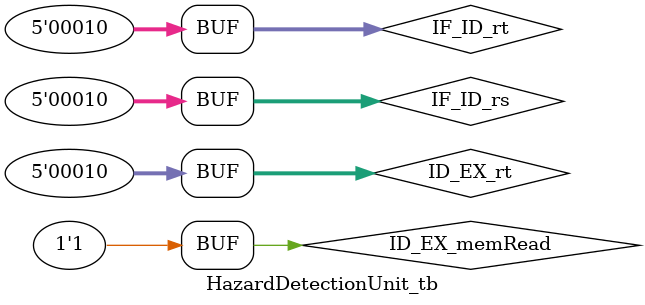
<source format=v>
module HazardDetectionUnit_tb;
    
    reg ID_EX_memRead;
    reg [4:0] ID_EX_rt;
    reg [4:0] IF_ID_rs;
    reg [4:0] IF_ID_rt;

    
    wire PCWrite;
    wire IF_IDWrite;
    wire control_select;

    
    HazardDetectionUnit uut (
        .ID_EX_memRead(ID_EX_memRead),
        .ID_EX_rt(ID_EX_rt),
        .IF_ID_rs(IF_ID_rs),
        .IF_ID_rt(IF_ID_rt),
        .PCWrite(PCWrite),
        .IF_IDWrite(IF_IDWrite),
        .control_select(control_select)
    );

    
    initial begin
        
        ID_EX_memRead = 0;
        ID_EX_rt = 5'b00001;  
        IF_ID_rs = 5'b00010;  
        IF_ID_rt = 5'b00011;  
        #10;        

        
        ID_EX_memRead = 1;
        ID_EX_rt = 5'b00010;
        IF_ID_rs = 5'b00010;
        IF_ID_rt = 5'b00011;
        #10;        

        
        ID_EX_memRead = 1;
        ID_EX_rt = 5'b00011;
        IF_ID_rs = 5'b00010;
        IF_ID_rt = 5'b00011;
        #10;        

        
        ID_EX_memRead = 1;
        ID_EX_rt = 5'b00100;
        IF_ID_rs = 5'b00010;
        IF_ID_rt = 5'b00011;
        #10;        

        
        ID_EX_memRead = 1;
        ID_EX_rt = 5'b00000;
        IF_ID_rs = 5'b00010;
        IF_ID_rt = 5'b00011;
        #10;        

        
        ID_EX_memRead = 0;
        ID_EX_rt = 5'b00000;
        IF_ID_rs = 5'b00000;
        IF_ID_rt = 5'b00000;
        #10;        

        
        ID_EX_memRead = 1;
        ID_EX_rt = 5'b00010;
        IF_ID_rs = 5'b00010;
        IF_ID_rt = 5'b00010;
        #10;        

    end
endmodule

</source>
